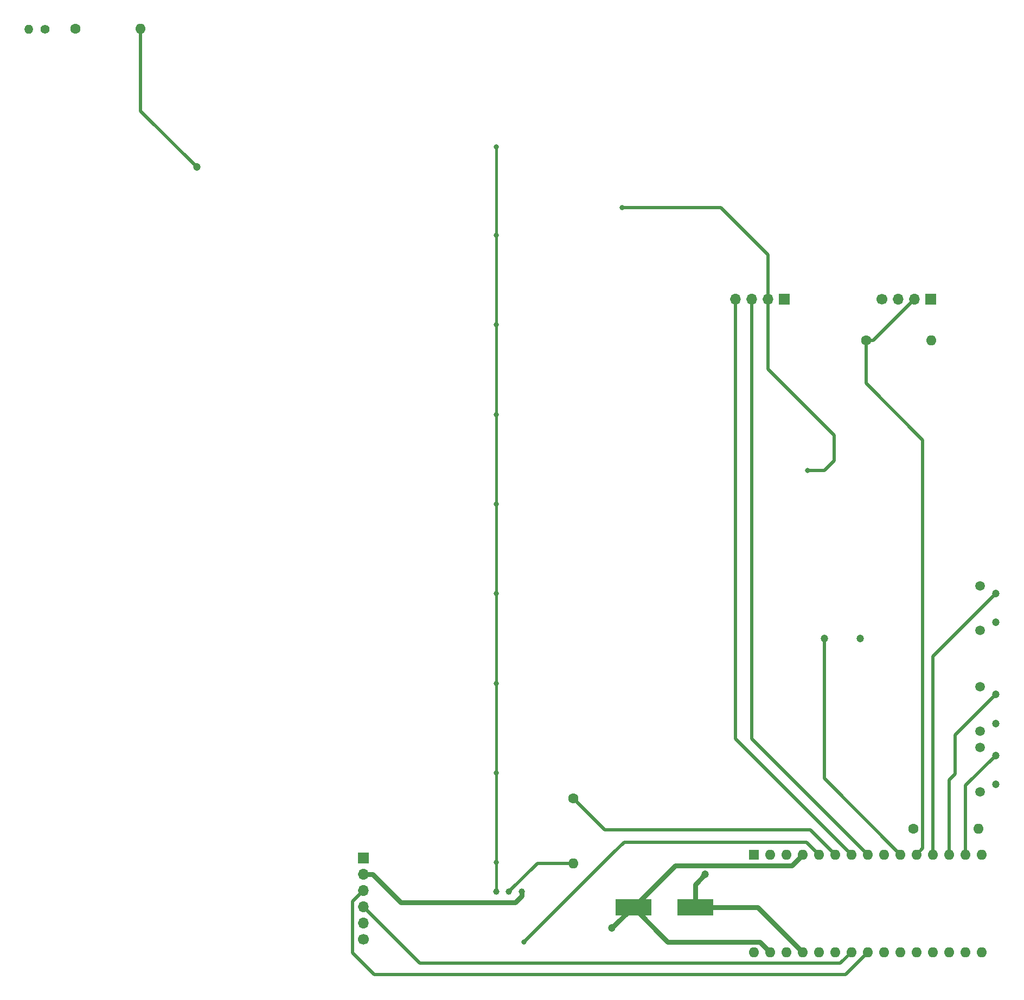
<source format=gbr>
%TF.GenerationSoftware,KiCad,Pcbnew,(5.1.10)-1*%
%TF.CreationDate,2021-09-15T07:53:10+09:00*%
%TF.ProjectId,hanClock,68616e43-6c6f-4636-9b2e-6b696361645f,rev?*%
%TF.SameCoordinates,Original*%
%TF.FileFunction,Copper,L2,Bot*%
%TF.FilePolarity,Positive*%
%FSLAX46Y46*%
G04 Gerber Fmt 4.6, Leading zero omitted, Abs format (unit mm)*
G04 Created by KiCad (PCBNEW (5.1.10)-1) date 2021-09-15 07:53:10*
%MOMM*%
%LPD*%
G01*
G04 APERTURE LIST*
%TA.AperFunction,ComponentPad*%
%ADD10O,1.600000X1.600000*%
%TD*%
%TA.AperFunction,ComponentPad*%
%ADD11C,1.600000*%
%TD*%
%TA.AperFunction,ComponentPad*%
%ADD12C,1.500000*%
%TD*%
%TA.AperFunction,ComponentPad*%
%ADD13C,1.200000*%
%TD*%
%TA.AperFunction,ComponentPad*%
%ADD14R,1.600000X1.600000*%
%TD*%
%TA.AperFunction,SMDPad,CuDef*%
%ADD15R,5.700000X2.500000*%
%TD*%
%TA.AperFunction,ComponentPad*%
%ADD16R,1.700000X1.700000*%
%TD*%
%TA.AperFunction,ComponentPad*%
%ADD17O,1.700000X1.700000*%
%TD*%
%TA.AperFunction,ComponentPad*%
%ADD18C,1.700000*%
%TD*%
%TA.AperFunction,ComponentPad*%
%ADD19C,1.000000*%
%TD*%
%TA.AperFunction,ComponentPad*%
%ADD20O,1.400000X1.400000*%
%TD*%
%TA.AperFunction,ComponentPad*%
%ADD21C,1.400000*%
%TD*%
%TA.AperFunction,ViaPad*%
%ADD22C,0.800000*%
%TD*%
%TA.AperFunction,ViaPad*%
%ADD23C,1.200000*%
%TD*%
%TA.AperFunction,Conductor*%
%ADD24C,0.500000*%
%TD*%
%TA.AperFunction,Conductor*%
%ADD25C,0.800000*%
%TD*%
%TA.AperFunction,Conductor*%
%ADD26C,0.400000*%
%TD*%
G04 APERTURE END LIST*
D10*
%TO.P,R14,2*%
%TO.N,Net-(Q1-Pad2)*%
X88300000Y-133860000D03*
D11*
%TO.P,R14,1*%
%TO.N,Net-(A1-Pad6)*%
X88300000Y-123700000D03*
%TD*%
D12*
%TO.P,SW3,*%
%TO.N,*%
X151750000Y-113250000D03*
X151750000Y-106250000D03*
D13*
%TO.P,SW3,2*%
%TO.N,GND*%
X154250000Y-112000000D03*
%TO.P,SW3,1*%
%TO.N,Net-(A1-Pad13)*%
X154250000Y-107500000D03*
%TD*%
D10*
%TO.P,A1,16*%
%TO.N,Net-(A1-Pad16)*%
X152060000Y-147740000D03*
%TO.P,A1,15*%
%TO.N,Net-(A1-Pad15)*%
X152060000Y-132500000D03*
%TO.P,A1,30*%
%TO.N,Net-(A1-Pad30)*%
X116500000Y-147740000D03*
%TO.P,A1,14*%
%TO.N,Net-(A1-Pad14)*%
X149520000Y-132500000D03*
%TO.P,A1,29*%
%TO.N,GND*%
X119040000Y-147740000D03*
%TO.P,A1,13*%
%TO.N,Net-(A1-Pad13)*%
X146980000Y-132500000D03*
%TO.P,A1,28*%
%TO.N,Net-(A1-Pad28)*%
X121580000Y-147740000D03*
%TO.P,A1,12*%
%TO.N,Net-(A1-Pad12)*%
X144440000Y-132500000D03*
%TO.P,A1,27*%
%TO.N,+5V*%
X124120000Y-147740000D03*
%TO.P,A1,11*%
%TO.N,Net-(A1-Pad11)*%
X141900000Y-132500000D03*
%TO.P,A1,26*%
%TO.N,Net-(A1-Pad26)*%
X126660000Y-147740000D03*
%TO.P,A1,10*%
%TO.N,Net-(A1-Pad10)*%
X139360000Y-132500000D03*
%TO.P,A1,25*%
%TO.N,Net-(A1-Pad25)*%
X129200000Y-147740000D03*
%TO.P,A1,9*%
%TO.N,Net-(A1-Pad9)*%
X136820000Y-132500000D03*
%TO.P,A1,24*%
%TO.N,Net-(A1-Pad24)*%
X131740000Y-147740000D03*
%TO.P,A1,8*%
%TO.N,Net-(A1-Pad8)*%
X134280000Y-132500000D03*
%TO.P,A1,23*%
%TO.N,Net-(A1-Pad23)*%
X134280000Y-147740000D03*
%TO.P,A1,7*%
%TO.N,Net-(A1-Pad7)*%
X131740000Y-132500000D03*
%TO.P,A1,22*%
%TO.N,Net-(A1-Pad22)*%
X136820000Y-147740000D03*
%TO.P,A1,6*%
%TO.N,Net-(A1-Pad6)*%
X129200000Y-132500000D03*
%TO.P,A1,21*%
%TO.N,Net-(A1-Pad21)*%
X139360000Y-147740000D03*
%TO.P,A1,5*%
%TO.N,Net-(A1-Pad5)*%
X126660000Y-132500000D03*
%TO.P,A1,20*%
%TO.N,Net-(A1-Pad20)*%
X141900000Y-147740000D03*
%TO.P,A1,4*%
%TO.N,GND*%
X124120000Y-132500000D03*
%TO.P,A1,19*%
%TO.N,Net-(A1-Pad19)*%
X144440000Y-147740000D03*
%TO.P,A1,3*%
%TO.N,Net-(A1-Pad3)*%
X121580000Y-132500000D03*
%TO.P,A1,18*%
%TO.N,Net-(A1-Pad18)*%
X146980000Y-147740000D03*
%TO.P,A1,2*%
%TO.N,Net-(A1-Pad2)*%
X119040000Y-132500000D03*
%TO.P,A1,17*%
%TO.N,Net-(A1-Pad17)*%
X149520000Y-147740000D03*
D14*
%TO.P,A1,1*%
%TO.N,Net-(A1-Pad1)*%
X116500000Y-132500000D03*
%TD*%
D15*
%TO.P,C35,2*%
%TO.N,+5V*%
X107350000Y-140716000D03*
%TO.P,C35,1*%
%TO.N,GND*%
X97650000Y-140716000D03*
%TD*%
D16*
%TO.P,J1,1*%
%TO.N,+5V*%
X144120000Y-45750000D03*
D17*
%TO.P,J1,2*%
%TO.N,Net-(A1-Pad11)*%
X141580000Y-45750000D03*
%TO.P,J1,3*%
%TO.N,Net-(J1-Pad3)*%
X139040000Y-45750000D03*
D18*
%TO.P,J1,4*%
%TO.N,GND*%
X136500000Y-45750000D03*
%TD*%
D19*
%TO.P,Q1,3*%
%TO.N,Net-(D35-Pad2)*%
X76250000Y-138325000D03*
%TO.P,Q1,2*%
%TO.N,Net-(Q1-Pad2)*%
X78250000Y-138325000D03*
%TO.P,Q1,1*%
%TO.N,+5V*%
X80250000Y-138325000D03*
%TD*%
D12*
%TO.P,SW2,*%
%TO.N,*%
X151750000Y-122750000D03*
X151750000Y-115750000D03*
D13*
%TO.P,SW2,2*%
%TO.N,GND*%
X154250000Y-121500000D03*
%TO.P,SW2,1*%
%TO.N,Net-(A1-Pad14)*%
X154250000Y-117000000D03*
%TD*%
D16*
%TO.P,J2,1*%
%TO.N,GND*%
X55500000Y-133050000D03*
D17*
%TO.P,J2,2*%
%TO.N,+5V*%
X55500000Y-135590000D03*
%TO.P,J2,3*%
%TO.N,Net-(A1-Pad23)*%
X55500000Y-138130000D03*
%TO.P,J2,4*%
%TO.N,Net-(A1-Pad24)*%
X55500000Y-140670000D03*
%TO.P,J2,5*%
%TO.N,Net-(J2-Pad5)*%
X55500000Y-143210000D03*
D18*
%TO.P,J2,6*%
%TO.N,Net-(J2-Pad6)*%
X55500000Y-145750000D03*
%TD*%
D10*
%TO.P,R1,2*%
%TO.N,Net-(D0-Pad2)*%
X151560000Y-128500000D03*
D11*
%TO.P,R1,1*%
%TO.N,Net-(A1-Pad9)*%
X141400000Y-128500000D03*
%TD*%
D10*
%TO.P,R2,2*%
%TO.N,+5V*%
X20760000Y-3500000D03*
D11*
%TO.P,R2,1*%
%TO.N,Net-(A1-Pad20)*%
X10600000Y-3500000D03*
%TD*%
D10*
%TO.P,R3,2*%
%TO.N,+5V*%
X144160000Y-52200000D03*
D11*
%TO.P,R3,1*%
%TO.N,Net-(A1-Pad11)*%
X134000000Y-52200000D03*
%TD*%
D13*
%TO.P,BZ1,2*%
%TO.N,GND*%
X133050000Y-98750000D03*
%TO.P,BZ1,1*%
%TO.N,Net-(A1-Pad10)*%
X127450000Y-98750000D03*
%TD*%
D20*
%TO.P,R4,2*%
%TO.N,Net-(A1-Pad20)*%
X3302000Y-3556000D03*
D21*
%TO.P,R4,1*%
%TO.N,GND*%
X5842000Y-3556000D03*
%TD*%
D12*
%TO.P,SW4,*%
%TO.N,*%
X151750000Y-97500000D03*
X151750000Y-90500000D03*
D13*
%TO.P,SW4,2*%
%TO.N,GND*%
X154250000Y-96250000D03*
%TO.P,SW4,1*%
%TO.N,Net-(A1-Pad12)*%
X154250000Y-91750000D03*
%TD*%
D17*
%TO.P,J3,4*%
%TO.N,Net-(A1-Pad7)*%
X113630000Y-45750000D03*
%TO.P,J3,3*%
%TO.N,Net-(A1-Pad8)*%
X116170000Y-45750000D03*
%TO.P,J3,2*%
%TO.N,GND*%
X118710000Y-45750000D03*
D16*
%TO.P,J3,1*%
%TO.N,+5V*%
X121250000Y-45750000D03*
%TD*%
D22*
%TO.N,GND*%
X95900000Y-31400000D03*
X124900000Y-72500000D03*
D23*
X94300000Y-144000000D03*
D22*
%TO.N,Net-(A1-Pad5)*%
X80600000Y-146200000D03*
D23*
%TO.N,+5V*%
X108900000Y-135600000D03*
X29500000Y-25100000D03*
D22*
%TO.N,Net-(D35-Pad2)*%
X76250000Y-133750000D03*
X76250000Y-119750000D03*
X76250000Y-105750000D03*
X76250000Y-91750000D03*
X76250000Y-77750000D03*
X76250000Y-63750000D03*
X76250000Y-49750000D03*
X76250000Y-35750000D03*
X76250000Y-21950000D03*
%TD*%
D24*
%TO.N,GND*%
X95900000Y-31400000D02*
X111300000Y-31400000D01*
X118710000Y-38810000D02*
X118710000Y-45750000D01*
X111300000Y-31400000D02*
X118710000Y-38810000D01*
D25*
X122420001Y-134199999D02*
X124120000Y-132500000D01*
X104166001Y-134199999D02*
X122420001Y-134199999D01*
X97650000Y-140716000D02*
X104166001Y-134199999D01*
D24*
X124900000Y-72500000D02*
X127500000Y-72500000D01*
X127500000Y-72500000D02*
X129000000Y-71000000D01*
X129000000Y-67000000D02*
X118710000Y-56710000D01*
X129000000Y-71000000D02*
X129000000Y-67000000D01*
X118710000Y-45750000D02*
X118710000Y-56710000D01*
D25*
X103039999Y-146139999D02*
X117439999Y-146139999D01*
X117439999Y-146139999D02*
X119040000Y-147740000D01*
X97650000Y-140750000D02*
X103039999Y-146139999D01*
X97650000Y-140716000D02*
X97650000Y-140750000D01*
X94300000Y-144000000D02*
X94300000Y-144000000D01*
X97584000Y-140716000D02*
X94300000Y-144000000D01*
X97650000Y-140716000D02*
X97584000Y-140716000D01*
D24*
%TO.N,Net-(A1-Pad5)*%
X96230000Y-130570000D02*
X94500000Y-132300000D01*
X80600000Y-146200000D02*
X94500000Y-132300000D01*
X124730000Y-130570000D02*
X96230000Y-130570000D01*
X124730000Y-130570000D02*
X126660000Y-132500000D01*
%TO.N,Net-(A1-Pad6)*%
X125300000Y-128600000D02*
X129200000Y-132500000D01*
X93200000Y-128600000D02*
X94000000Y-128600000D01*
X88300000Y-123700000D02*
X93200000Y-128600000D01*
X94000000Y-128600000D02*
X125300000Y-128600000D01*
%TO.N,Net-(A1-Pad7)*%
X113630000Y-114390000D02*
X113630000Y-45750000D01*
X131740000Y-132500000D02*
X113630000Y-114390000D01*
%TO.N,Net-(A1-Pad23)*%
X57250000Y-151250000D02*
X130770000Y-151250000D01*
X53815000Y-139815000D02*
X53815000Y-147815000D01*
X130770000Y-151250000D02*
X134280000Y-147740000D01*
X53815000Y-147815000D02*
X57250000Y-151250000D01*
X55500000Y-138130000D02*
X53815000Y-139815000D01*
D25*
%TO.N,Net-(A1-Pad8)*%
X134000000Y-132320000D02*
X133820000Y-132500000D01*
D24*
X116170000Y-114390000D02*
X134280000Y-132500000D01*
X116170000Y-45750000D02*
X116170000Y-114390000D01*
%TO.N,Net-(A1-Pad24)*%
X55500000Y-140670000D02*
X64330000Y-149500000D01*
X129980000Y-149500000D02*
X131740000Y-147740000D01*
X64330000Y-149500000D02*
X129980000Y-149500000D01*
%TO.N,Net-(A1-Pad10)*%
X139250000Y-132150000D02*
X138900000Y-132500000D01*
X127450000Y-120590000D02*
X139360000Y-132500000D01*
X127450000Y-98750000D02*
X127450000Y-120590000D01*
%TO.N,Net-(A1-Pad11)*%
X142850001Y-131549999D02*
X141900000Y-132500000D01*
X134000000Y-58899998D02*
X142850001Y-67749999D01*
X134000000Y-52200000D02*
X134000000Y-58899998D01*
X142850001Y-67749999D02*
X142850001Y-131549999D01*
X135130000Y-52200000D02*
X134000000Y-52200000D01*
X141580000Y-45750000D02*
X135130000Y-52200000D01*
D25*
%TO.N,+5V*%
X117096000Y-140716000D02*
X124120000Y-147740000D01*
X107350000Y-140716000D02*
X117096000Y-140716000D01*
X55500000Y-135590000D02*
X55710000Y-135590000D01*
X107350000Y-140716000D02*
X107316000Y-140716000D01*
X107350000Y-140716000D02*
X107350000Y-137150000D01*
X107350000Y-137150000D02*
X108900000Y-135600000D01*
X108900000Y-135600000D02*
X108900000Y-135600000D01*
X108900000Y-135600000D02*
X108900000Y-135600000D01*
X55500000Y-135590000D02*
X56990000Y-135590000D01*
X56990000Y-135590000D02*
X61400000Y-140000000D01*
X61400000Y-140000000D02*
X79200000Y-140000000D01*
X80250000Y-138950000D02*
X80250000Y-138325000D01*
X79200000Y-140000000D02*
X80250000Y-138950000D01*
X29500000Y-25100000D02*
X29500000Y-25100000D01*
D24*
X20760000Y-16360000D02*
X29500000Y-25100000D01*
X20760000Y-3500000D02*
X20760000Y-16360000D01*
%TO.N,Net-(A1-Pad12)*%
X144440000Y-120840000D02*
X144460000Y-120840000D01*
X144440000Y-132500000D02*
X144440000Y-120840000D01*
X144440000Y-101560000D02*
X154250000Y-91750000D01*
X144440000Y-120840000D02*
X144440000Y-101560000D01*
%TO.N,Net-(A1-Pad13)*%
X146980000Y-132500000D02*
X146980000Y-120820000D01*
X147900000Y-119900000D02*
X147900000Y-113850000D01*
X147900000Y-113850000D02*
X154250000Y-107500000D01*
X147900000Y-119900000D02*
X146980000Y-120820000D01*
%TO.N,Net-(A1-Pad14)*%
X149520000Y-121730000D02*
X154250000Y-117000000D01*
X149520000Y-132500000D02*
X149520000Y-121730000D01*
D26*
%TO.N,Net-(D35-Pad2)*%
X76250000Y-138325000D02*
X76250000Y-21950000D01*
X76250000Y-21950000D02*
X76250000Y-21950000D01*
D24*
%TO.N,Net-(Q1-Pad2)*%
X82715000Y-133860000D02*
X78250000Y-138325000D01*
X88300000Y-133860000D02*
X82715000Y-133860000D01*
%TD*%
M02*

</source>
